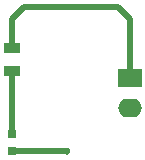
<source format=gtl>
G04*
G04 #@! TF.GenerationSoftware,Altium Limited,Altium Designer,23.10.1 (27)*
G04*
G04 Layer_Physical_Order=1*
G04 Layer_Color=255*
%FSLAX44Y44*%
%MOMM*%
G71*
G04*
G04 #@! TF.SameCoordinates,4CE9EA45-4993-4C82-AD02-D2FF3EB750FC*
G04*
G04*
G04 #@! TF.FilePolarity,Positive*
G04*
G01*
G75*
%ADD13R,0.8000X0.8000*%
%ADD14R,1.4500X0.9500*%
%ADD19C,0.5000*%
%ADD20R,2.0000X1.6000*%
%ADD21O,2.0000X1.6000*%
%ADD22C,0.6000*%
D13*
X45000Y67500D02*
D03*
Y52500D02*
D03*
D14*
Y139750D02*
D03*
Y120250D02*
D03*
D19*
X143000Y89600D02*
X145000D01*
X45000Y52500D02*
X91806D01*
X91904Y52402D01*
X45000Y67500D02*
Y120250D01*
Y139750D02*
Y165000D01*
X55000Y175000D01*
X135000D02*
X145000Y165000D01*
X55000Y175000D02*
X135000D01*
X145000Y115000D02*
Y165000D01*
D20*
Y115000D02*
D03*
D21*
Y89600D02*
D03*
D22*
X91806Y52500D02*
D03*
M02*

</source>
